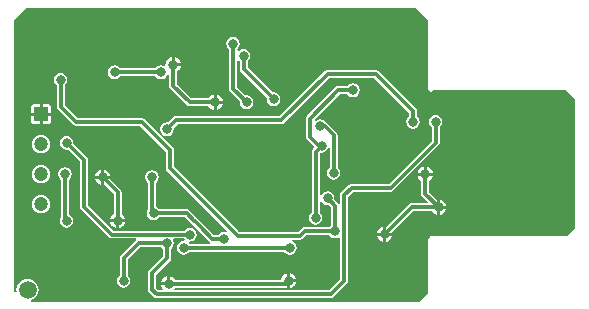
<source format=gbl>
G04 Layer_Physical_Order=2*
G04 Layer_Color=16711680*
%FSLAX25Y25*%
%MOIN*%
G70*
G01*
G75*
%ADD19C,0.01200*%
%ADD20R,0.04724X0.04724*%
%ADD21C,0.04724*%
%ADD22C,0.03150*%
%ADD23C,0.05905*%
G36*
X139000Y102500D02*
Y79500D01*
X140000Y78500D01*
X140500Y79000D01*
X185000D01*
X188000Y76000D01*
Y33000D01*
X185500Y30500D01*
X139500D01*
Y30000D01*
X139000Y29500D01*
Y11500D01*
X136000Y8500D01*
X6695D01*
X6595Y9000D01*
X7342Y9309D01*
X8105Y9895D01*
X8691Y10658D01*
X9059Y11546D01*
X9184Y12500D01*
X9059Y13454D01*
X8691Y14342D01*
X8105Y15105D01*
X7342Y15691D01*
X6454Y16059D01*
X5500Y16184D01*
X4546Y16059D01*
X3658Y15691D01*
X2895Y15105D01*
X2309Y14342D01*
X1941Y13454D01*
X1816Y12500D01*
X1908Y11799D01*
X1434Y11566D01*
X1000Y12000D01*
Y102500D01*
X5000Y106500D01*
X135000D01*
X139000Y102500D01*
D02*
G37*
%LPC*%
G36*
X10000Y44089D02*
X9201Y43983D01*
X8456Y43675D01*
X7816Y43184D01*
X7325Y42544D01*
X7017Y41799D01*
X6911Y41000D01*
X7017Y40201D01*
X7325Y39456D01*
X7816Y38816D01*
X8456Y38325D01*
X9201Y38017D01*
X10000Y37911D01*
X10799Y38017D01*
X11544Y38325D01*
X12184Y38816D01*
X12675Y39456D01*
X12983Y40201D01*
X13089Y41000D01*
X12983Y41799D01*
X12675Y42544D01*
X12184Y43184D01*
X11544Y43675D01*
X10799Y43983D01*
X10000Y44089D01*
D02*
G37*
G36*
X145031Y39500D02*
X143000D01*
Y37469D01*
X143172Y37492D01*
X143798Y37751D01*
X144336Y38164D01*
X144749Y38702D01*
X145009Y39328D01*
X145031Y39500D01*
D02*
G37*
G36*
X140531Y50500D02*
X135469D01*
X135492Y50328D01*
X135751Y49701D01*
X136164Y49164D01*
X136674Y48772D01*
Y44500D01*
X136775Y43993D01*
X137063Y43563D01*
X138838Y41787D01*
X138647Y41326D01*
X133500D01*
X132993Y41225D01*
X132563Y40937D01*
X125138Y33513D01*
X125000Y33531D01*
Y31500D01*
X127031D01*
X127013Y31639D01*
X134049Y38675D01*
X140272D01*
X140664Y38164D01*
X141201Y37751D01*
X141828Y37492D01*
X142000Y37469D01*
Y40000D01*
Y42531D01*
X141861Y42513D01*
X139325Y45049D01*
Y48772D01*
X139836Y49164D01*
X140249Y49701D01*
X140508Y50328D01*
X140531Y50500D01*
D02*
G37*
G36*
X143000Y42531D02*
Y40500D01*
X145031D01*
X145009Y40672D01*
X144749Y41298D01*
X144336Y41836D01*
X143798Y42249D01*
X143172Y42509D01*
X143000Y42531D01*
D02*
G37*
G36*
X30000Y52531D02*
X29828Y52508D01*
X29201Y52249D01*
X28664Y51836D01*
X28251Y51298D01*
X27992Y50672D01*
X27969Y50500D01*
X30000D01*
Y52531D01*
D02*
G37*
G36*
X10000Y54089D02*
X9201Y53983D01*
X8456Y53675D01*
X7816Y53184D01*
X7325Y52544D01*
X7017Y51799D01*
X6911Y51000D01*
X7017Y50201D01*
X7325Y49456D01*
X7816Y48816D01*
X8456Y48325D01*
X9201Y48017D01*
X10000Y47911D01*
X10799Y48017D01*
X11544Y48325D01*
X12184Y48816D01*
X12675Y49456D01*
X12983Y50201D01*
X13089Y51000D01*
X12983Y51799D01*
X12675Y52544D01*
X12184Y53184D01*
X11544Y53675D01*
X10799Y53983D01*
X10000Y54089D01*
D02*
G37*
G36*
X30000Y49500D02*
X27969D01*
X27992Y49328D01*
X28251Y48702D01*
X28664Y48164D01*
X29201Y47751D01*
X29828Y47491D01*
X30000Y47469D01*
Y49500D01*
D02*
G37*
G36*
X124000Y33531D02*
X123828Y33509D01*
X123202Y33249D01*
X122664Y32836D01*
X122251Y32298D01*
X121992Y31672D01*
X121969Y31500D01*
X124000D01*
Y33531D01*
D02*
G37*
G36*
X127031Y30500D02*
X125000D01*
Y28469D01*
X125172Y28492D01*
X125798Y28751D01*
X126336Y29164D01*
X126749Y29702D01*
X127008Y30328D01*
X127031Y30500D01*
D02*
G37*
G36*
X124000D02*
X121969D01*
X121992Y30328D01*
X122251Y29702D01*
X122664Y29164D01*
X123202Y28751D01*
X123828Y28492D01*
X124000Y28469D01*
Y30500D01*
D02*
G37*
G36*
X35000Y35000D02*
X32969D01*
X32991Y34828D01*
X33251Y34201D01*
X33664Y33664D01*
X34201Y33251D01*
X34828Y32991D01*
X35000Y32969D01*
Y35000D01*
D02*
G37*
G36*
X33031Y49500D02*
X31000D01*
Y47469D01*
X31139Y47487D01*
X34174Y44451D01*
Y37728D01*
X33664Y37336D01*
X33251Y36799D01*
X32991Y36172D01*
X32969Y36000D01*
X38031D01*
X38008Y36172D01*
X37749Y36799D01*
X37336Y37336D01*
X36825Y37728D01*
Y45000D01*
X36725Y45507D01*
X36437Y45937D01*
X33013Y49362D01*
X33031Y49500D01*
D02*
G37*
G36*
X18000Y53319D02*
X17112Y53143D01*
X16360Y52640D01*
X15857Y51888D01*
X15681Y51000D01*
X15857Y50112D01*
X16360Y49360D01*
X16675Y49150D01*
Y36862D01*
X16357Y36388D01*
X16181Y35500D01*
X16357Y34612D01*
X16860Y33860D01*
X17612Y33357D01*
X18500Y33181D01*
X19388Y33357D01*
X20140Y33860D01*
X20643Y34612D01*
X20819Y35500D01*
X20643Y36388D01*
X20140Y37140D01*
X19388Y37643D01*
X19326Y37655D01*
Y49150D01*
X19640Y49360D01*
X20143Y50112D01*
X20319Y51000D01*
X20143Y51888D01*
X19640Y52640D01*
X18888Y53143D01*
X18000Y53319D01*
D02*
G37*
G36*
X38031Y35000D02*
X36000D01*
Y32969D01*
X36172Y32991D01*
X36799Y33251D01*
X37336Y33664D01*
X37749Y34201D01*
X38008Y34828D01*
X38031Y35000D01*
D02*
G37*
G36*
X74000Y96819D02*
X73112Y96643D01*
X72360Y96140D01*
X71857Y95388D01*
X71681Y94500D01*
X71857Y93612D01*
X72360Y92860D01*
X72675Y92650D01*
Y79500D01*
X72775Y78993D01*
X73063Y78563D01*
X76254Y75371D01*
X76181Y75000D01*
X76357Y74112D01*
X76860Y73360D01*
X77612Y72857D01*
X78500Y72681D01*
X79388Y72857D01*
X80140Y73360D01*
X80643Y74112D01*
X80819Y75000D01*
X80643Y75888D01*
X80140Y76640D01*
X79388Y77143D01*
X79020Y77216D01*
X79007Y77225D01*
X78500Y77325D01*
X78124Y77251D01*
X75326Y80049D01*
Y88760D01*
X75777Y88897D01*
X76174Y88600D01*
Y86000D01*
X76275Y85493D01*
X76563Y85063D01*
X85254Y76371D01*
X85181Y76000D01*
X85357Y75112D01*
X85860Y74360D01*
X86612Y73857D01*
X87500Y73681D01*
X88388Y73857D01*
X89140Y74360D01*
X89643Y75112D01*
X89819Y76000D01*
X89643Y76888D01*
X89140Y77640D01*
X88388Y78143D01*
X87500Y78319D01*
X87129Y78246D01*
X78825Y86549D01*
Y88650D01*
X79140Y88860D01*
X79643Y89612D01*
X79819Y90500D01*
X79643Y91388D01*
X79140Y92140D01*
X78388Y92643D01*
X77500Y92819D01*
X76612Y92643D01*
X75933Y92189D01*
X75635Y92282D01*
X75437Y92407D01*
X75421Y92714D01*
X75640Y92860D01*
X76143Y93612D01*
X76319Y94500D01*
X76143Y95388D01*
X75640Y96140D01*
X74888Y96643D01*
X74000Y96819D01*
D02*
G37*
G36*
X70531Y74500D02*
X68500D01*
Y72469D01*
X68672Y72492D01*
X69298Y72751D01*
X69836Y73164D01*
X70249Y73702D01*
X70508Y74328D01*
X70531Y74500D01*
D02*
G37*
G36*
X12362Y74382D02*
X10500D01*
Y71500D01*
X13382D01*
Y73362D01*
X13304Y73752D01*
X13083Y74083D01*
X12752Y74304D01*
X12362Y74382D01*
D02*
G37*
G36*
X68500Y77531D02*
Y75500D01*
X70531D01*
X70508Y75672D01*
X70249Y76298D01*
X69836Y76836D01*
X69298Y77249D01*
X68672Y77508D01*
X68500Y77531D01*
D02*
G37*
G36*
X54500Y90031D02*
Y88000D01*
X56531D01*
X56508Y88172D01*
X56249Y88798D01*
X55836Y89336D01*
X55299Y89749D01*
X54672Y90008D01*
X54500Y90031D01*
D02*
G37*
G36*
X53500D02*
X53328Y90008D01*
X52701Y89749D01*
X52164Y89336D01*
X51751Y88798D01*
X51491Y88172D01*
X51403Y87500D01*
X51417Y87390D01*
X50951Y87100D01*
X50888Y87143D01*
X50000Y87319D01*
X49112Y87143D01*
X48360Y86640D01*
X48150Y86326D01*
X36350D01*
X36140Y86640D01*
X35388Y87143D01*
X34500Y87319D01*
X33612Y87143D01*
X32860Y86640D01*
X32357Y85888D01*
X32181Y85000D01*
X32357Y84112D01*
X32860Y83360D01*
X33612Y82857D01*
X34500Y82681D01*
X35388Y82857D01*
X36140Y83360D01*
X36350Y83675D01*
X48150D01*
X48360Y83360D01*
X49112Y82857D01*
X50000Y82681D01*
X50888Y82857D01*
X51640Y83360D01*
X52143Y84112D01*
X52175Y84272D01*
X52675Y84223D01*
Y80500D01*
X52775Y79993D01*
X53063Y79563D01*
X58563Y74063D01*
X58993Y73775D01*
X59500Y73674D01*
X65772D01*
X66164Y73164D01*
X66702Y72751D01*
X67328Y72492D01*
X67500Y72469D01*
Y75000D01*
Y77531D01*
X67328Y77508D01*
X66702Y77249D01*
X66164Y76836D01*
X65772Y76326D01*
X60049D01*
X55326Y81049D01*
Y85272D01*
X55836Y85664D01*
X56249Y86202D01*
X56508Y86828D01*
X56531Y87000D01*
X54000D01*
Y87500D01*
X53500D01*
Y90031D01*
D02*
G37*
G36*
X16500Y84819D02*
X15612Y84643D01*
X14860Y84140D01*
X14357Y83388D01*
X14181Y82500D01*
X14357Y81612D01*
X14860Y80860D01*
X15175Y80650D01*
Y73500D01*
X15275Y72993D01*
X15563Y72563D01*
X20563Y67563D01*
X20993Y67275D01*
X21500Y67175D01*
X42951D01*
X51674Y58451D01*
Y53000D01*
X51775Y52493D01*
X52063Y52063D01*
X72007Y32119D01*
X71748Y31671D01*
X71000Y31819D01*
X70112Y31643D01*
X69360Y31140D01*
X69150Y30825D01*
X67549D01*
X63944Y34430D01*
X63812Y34628D01*
X62128Y36312D01*
X61930Y36444D01*
X59437Y38937D01*
X59007Y39225D01*
X58500Y39325D01*
X49350D01*
X49140Y39640D01*
X48388Y40143D01*
X48325Y40155D01*
Y48150D01*
X48640Y48360D01*
X49143Y49112D01*
X49319Y50000D01*
X49143Y50888D01*
X48640Y51640D01*
X47888Y52143D01*
X47000Y52319D01*
X46112Y52143D01*
X45360Y51640D01*
X44857Y50888D01*
X44681Y50000D01*
X44857Y49112D01*
X45360Y48360D01*
X45674Y48150D01*
Y39362D01*
X45357Y38888D01*
X45181Y38000D01*
X45357Y37112D01*
X45860Y36360D01*
X46612Y35857D01*
X47500Y35681D01*
X48388Y35857D01*
X49140Y36360D01*
X49350Y36674D01*
X57951D01*
X60188Y34438D01*
X60386Y34306D01*
X61805Y32886D01*
X61938Y32688D01*
X66063Y28563D01*
X66418Y28326D01*
X66398Y28006D01*
X66335Y27825D01*
X59471D01*
X59277Y28115D01*
X59541Y28572D01*
X59625Y28555D01*
X60513Y28732D01*
X61265Y29235D01*
X61768Y29987D01*
X61945Y30875D01*
X61768Y31762D01*
X61265Y32515D01*
X60513Y33018D01*
X59625Y33194D01*
X58738Y33018D01*
X57985Y32515D01*
X57775Y32200D01*
X34174D01*
X25668Y40707D01*
Y55658D01*
X25567Y56165D01*
X25279Y56595D01*
X20746Y61129D01*
X20819Y61500D01*
X20643Y62388D01*
X20140Y63140D01*
X19388Y63643D01*
X18500Y63819D01*
X17612Y63643D01*
X16860Y63140D01*
X16357Y62388D01*
X16181Y61500D01*
X16357Y60612D01*
X16860Y59860D01*
X17612Y59357D01*
X18500Y59181D01*
X18871Y59254D01*
X23017Y55109D01*
Y40158D01*
X23117Y39651D01*
X23405Y39221D01*
X32688Y29938D01*
X33118Y29650D01*
X33625Y29549D01*
X41579D01*
X41730Y29049D01*
X41563Y28937D01*
X36563Y23937D01*
X36275Y23507D01*
X36174Y23000D01*
Y17350D01*
X35860Y17140D01*
X35357Y16388D01*
X35181Y15500D01*
X35357Y14612D01*
X35860Y13860D01*
X36612Y13357D01*
X37500Y13181D01*
X38388Y13357D01*
X39140Y13860D01*
X39643Y14612D01*
X39819Y15500D01*
X39643Y16388D01*
X39140Y17140D01*
X38826Y17350D01*
Y22451D01*
X43049Y26675D01*
X50150D01*
X50360Y26360D01*
X50674Y26150D01*
Y23549D01*
X46063Y18937D01*
X45775Y18507D01*
X45674Y18000D01*
Y12500D01*
X45775Y11993D01*
X46063Y11563D01*
X47563Y10063D01*
X47993Y9775D01*
X48500Y9674D01*
X106500D01*
X107007Y9775D01*
X107437Y10063D01*
X111937Y14563D01*
X112225Y14993D01*
X112326Y15500D01*
Y43451D01*
X114049Y45175D01*
X126500D01*
X127007Y45275D01*
X127437Y45563D01*
X142437Y60563D01*
X142725Y60993D01*
X142825Y61500D01*
Y66650D01*
X143140Y66860D01*
X143643Y67612D01*
X143819Y68500D01*
X143643Y69388D01*
X143140Y70140D01*
X142388Y70643D01*
X141500Y70819D01*
X140612Y70643D01*
X139860Y70140D01*
X139357Y69388D01*
X139181Y68500D01*
X139357Y67612D01*
X139860Y66860D01*
X140174Y66650D01*
Y62049D01*
X125951Y47826D01*
X113500D01*
X112993Y47725D01*
X112563Y47437D01*
X110063Y44937D01*
X109775Y44507D01*
X109675Y44000D01*
Y41165D01*
X109494Y41102D01*
X109175Y41082D01*
X108937Y41437D01*
X107746Y42629D01*
X107819Y43000D01*
X107643Y43888D01*
X107140Y44640D01*
X106388Y45143D01*
X105500Y45319D01*
X104612Y45143D01*
X103860Y44640D01*
X103357Y43888D01*
X103325Y43728D01*
X102825Y43777D01*
Y57902D01*
X103206Y58239D01*
X103500Y58181D01*
X104388Y58357D01*
X105140Y58860D01*
X105643Y59612D01*
X105675Y59772D01*
X106175Y59723D01*
Y53350D01*
X105860Y53140D01*
X105357Y52388D01*
X105181Y51500D01*
X105357Y50612D01*
X105860Y49860D01*
X106612Y49357D01*
X107500Y49181D01*
X108388Y49357D01*
X109140Y49860D01*
X109643Y50612D01*
X109819Y51500D01*
X109643Y52388D01*
X109140Y53140D01*
X108826Y53350D01*
Y64000D01*
X108725Y64507D01*
X108437Y64937D01*
X105437Y67937D01*
X105007Y68225D01*
X104904Y68245D01*
X104640Y68640D01*
X103888Y69143D01*
X103000Y69319D01*
X102112Y69143D01*
X101666Y68845D01*
X101096Y69065D01*
X101065Y69190D01*
X109549Y77675D01*
X112150D01*
X112360Y77360D01*
X113112Y76857D01*
X114000Y76681D01*
X114888Y76857D01*
X115640Y77360D01*
X116143Y78112D01*
X116319Y79000D01*
X116143Y79888D01*
X115640Y80640D01*
X114888Y81143D01*
X114000Y81319D01*
X113112Y81143D01*
X112360Y80640D01*
X112150Y80326D01*
X109000D01*
X108493Y80225D01*
X108063Y79937D01*
X98563Y70437D01*
X98275Y70007D01*
X98175Y69500D01*
Y63500D01*
X98275Y62993D01*
X98563Y62563D01*
X101126Y60000D01*
X100563Y59437D01*
X100275Y59007D01*
X100174Y58500D01*
Y38350D01*
X99860Y38140D01*
X99357Y37388D01*
X99181Y36500D01*
X99357Y35612D01*
X99860Y34860D01*
X100612Y34357D01*
X101500Y34181D01*
X102388Y34357D01*
X103140Y34860D01*
X103643Y35612D01*
X103819Y36500D01*
X103643Y37388D01*
X103140Y38140D01*
X102825Y38350D01*
Y42223D01*
X103325Y42272D01*
X103357Y42112D01*
X103860Y41360D01*
X104612Y40857D01*
X105500Y40681D01*
X105871Y40754D01*
X106675Y39951D01*
Y33850D01*
X106360Y33640D01*
X106150Y33325D01*
X97934D01*
X97427Y33225D01*
X96997Y32937D01*
X95885Y31826D01*
X76049D01*
X54325Y53549D01*
Y59000D01*
X54225Y59507D01*
X53937Y59937D01*
X44437Y69437D01*
X44007Y69725D01*
X43500Y69826D01*
X22049D01*
X17826Y74049D01*
Y80650D01*
X18140Y80860D01*
X18643Y81612D01*
X18819Y82500D01*
X18643Y83388D01*
X18140Y84140D01*
X17388Y84643D01*
X16500Y84819D01*
D02*
G37*
G36*
X9500Y74382D02*
X7638D01*
X7248Y74304D01*
X6917Y74083D01*
X6696Y73752D01*
X6618Y73362D01*
Y71500D01*
X9500D01*
Y74382D01*
D02*
G37*
G36*
X138500Y53531D02*
Y51500D01*
X140531D01*
X140508Y51672D01*
X140249Y52298D01*
X139836Y52836D01*
X139298Y53249D01*
X138672Y53509D01*
X138500Y53531D01*
D02*
G37*
G36*
X137500D02*
X137328Y53509D01*
X136702Y53249D01*
X136164Y52836D01*
X135751Y52298D01*
X135492Y51672D01*
X135469Y51500D01*
X137500D01*
Y53531D01*
D02*
G37*
G36*
X31000Y52531D02*
Y50500D01*
X33031D01*
X33009Y50672D01*
X32749Y51298D01*
X32336Y51836D01*
X31798Y52249D01*
X31172Y52508D01*
X31000Y52531D01*
D02*
G37*
G36*
X10000Y64089D02*
X9201Y63983D01*
X8456Y63675D01*
X7816Y63184D01*
X7325Y62544D01*
X7017Y61799D01*
X6911Y61000D01*
X7017Y60201D01*
X7325Y59456D01*
X7816Y58816D01*
X8456Y58325D01*
X9201Y58017D01*
X10000Y57911D01*
X10799Y58017D01*
X11544Y58325D01*
X12184Y58816D01*
X12675Y59456D01*
X12983Y60201D01*
X13089Y61000D01*
X12983Y61799D01*
X12675Y62544D01*
X12184Y63184D01*
X11544Y63675D01*
X10799Y63983D01*
X10000Y64089D01*
D02*
G37*
G36*
X9500Y70500D02*
X6618D01*
Y68638D01*
X6696Y68248D01*
X6917Y67917D01*
X7248Y67696D01*
X7638Y67618D01*
X9500D01*
Y70500D01*
D02*
G37*
G36*
X13382D02*
X10500D01*
Y67618D01*
X12362D01*
X12752Y67696D01*
X13083Y67917D01*
X13304Y68248D01*
X13382Y68638D01*
Y70500D01*
D02*
G37*
G36*
X121500Y85826D02*
X105500D01*
X104993Y85725D01*
X104563Y85437D01*
X89451Y70325D01*
X55000D01*
X54493Y70225D01*
X54063Y69937D01*
X52371Y68246D01*
X52000Y68319D01*
X51112Y68143D01*
X50360Y67640D01*
X49857Y66888D01*
X49681Y66000D01*
X49857Y65112D01*
X50360Y64360D01*
X51112Y63857D01*
X52000Y63681D01*
X52888Y63857D01*
X53640Y64360D01*
X54143Y65112D01*
X54319Y66000D01*
X54246Y66371D01*
X55549Y67674D01*
X90000D01*
X90507Y67775D01*
X90937Y68063D01*
X106049Y83175D01*
X120951D01*
X132675Y71451D01*
Y70350D01*
X132360Y70140D01*
X131857Y69388D01*
X131681Y68500D01*
X131857Y67612D01*
X132360Y66860D01*
X133112Y66357D01*
X134000Y66181D01*
X134888Y66357D01*
X135640Y66860D01*
X136143Y67612D01*
X136319Y68500D01*
X136143Y69388D01*
X135640Y70140D01*
X135326Y70350D01*
Y72000D01*
X135225Y72507D01*
X134937Y72937D01*
X122437Y85437D01*
X122007Y85725D01*
X121500Y85826D01*
D02*
G37*
%LPD*%
G36*
X106360Y30360D02*
X107112Y29857D01*
X108000Y29681D01*
X108888Y29857D01*
X109175Y30049D01*
X109675Y29782D01*
Y16049D01*
X105951Y12325D01*
X54675D01*
X54481Y12777D01*
X54764Y13174D01*
X91386D01*
X91828Y12991D01*
X92000Y12969D01*
Y15500D01*
Y18031D01*
X91828Y18009D01*
X91202Y17749D01*
X90664Y17336D01*
X90251Y16799D01*
X89991Y16172D01*
X89946Y15825D01*
X54728D01*
X54336Y16336D01*
X53799Y16749D01*
X53172Y17008D01*
X53000Y17031D01*
Y14500D01*
X52500D01*
Y14000D01*
X49969D01*
X49992Y13828D01*
X50251Y13202D01*
X50539Y12825D01*
X50326Y12325D01*
X49049D01*
X48325Y13049D01*
Y17451D01*
X52937Y22063D01*
X53225Y22493D01*
X53325Y23000D01*
Y26150D01*
X53640Y26360D01*
X54143Y27112D01*
X54319Y28000D01*
X54143Y28888D01*
X53995Y29108D01*
X54231Y29549D01*
X57654D01*
X57848Y29260D01*
X57584Y28803D01*
X57500Y28819D01*
X56612Y28643D01*
X55860Y28140D01*
X55357Y27388D01*
X55181Y26500D01*
X55357Y25612D01*
X55860Y24860D01*
X56612Y24357D01*
X57500Y24181D01*
X58388Y24357D01*
X59140Y24860D01*
X59350Y25174D01*
X91150D01*
X91360Y24860D01*
X92112Y24357D01*
X93000Y24181D01*
X93888Y24357D01*
X94640Y24860D01*
X95143Y25612D01*
X95319Y26500D01*
X95143Y27388D01*
X94640Y28140D01*
X93888Y28643D01*
X93728Y28675D01*
X93777Y29175D01*
X96434D01*
X96942Y29275D01*
X97372Y29563D01*
X98483Y30674D01*
X106150D01*
X106360Y30360D01*
D02*
G37*
%LPC*%
G36*
X95031Y15000D02*
X93000D01*
Y12969D01*
X93172Y12991D01*
X93799Y13251D01*
X94336Y13664D01*
X94749Y14201D01*
X95008Y14828D01*
X95031Y15000D01*
D02*
G37*
G36*
X93000Y18031D02*
Y16000D01*
X95031D01*
X95008Y16172D01*
X94749Y16799D01*
X94336Y17336D01*
X93799Y17749D01*
X93172Y18009D01*
X93000Y18031D01*
D02*
G37*
G36*
X52000Y17031D02*
X51828Y17008D01*
X51201Y16749D01*
X50664Y16336D01*
X50251Y15799D01*
X49992Y15172D01*
X49969Y15000D01*
X52000D01*
Y17031D01*
D02*
G37*
%LPD*%
D19*
X77500Y86000D02*
Y90500D01*
Y86000D02*
X87500Y76000D01*
X133500Y40000D02*
X142500D01*
X124500Y31000D02*
X133500Y40000D01*
X18000Y36000D02*
X18500Y35500D01*
X35500D02*
Y45000D01*
X18000Y36000D02*
Y51000D01*
X30500Y50000D02*
X35500Y45000D01*
X42500Y28000D02*
X52000D01*
X37500Y15500D02*
Y23000D01*
X42500Y28000D01*
X52500Y14500D02*
X91500D01*
X92500Y15500D01*
X47000Y38500D02*
Y50000D01*
Y38500D02*
X47500Y38000D01*
X18500Y61500D02*
X24342Y55658D01*
Y40158D02*
Y55658D01*
X54000Y80500D02*
Y87500D01*
Y80500D02*
X59500Y75000D01*
X68000D01*
X52000Y23000D02*
Y28000D01*
X47000Y18000D02*
X52000Y23000D01*
X47000Y12500D02*
Y18000D01*
Y12500D02*
X48500Y11000D01*
X106500D01*
X103000Y67000D02*
X104500D01*
X107500Y64000D01*
Y51500D02*
Y64000D01*
X109000Y79000D02*
X114000D01*
X102500Y60500D02*
X103500D01*
X99500Y63500D02*
X102500Y60500D01*
X99500Y63500D02*
Y69500D01*
X109000Y79000D01*
X34500Y85000D02*
X50000D01*
X101500Y36500D02*
Y58500D01*
X103500Y60500D01*
X52000Y66000D02*
X55000Y69000D01*
X90000D01*
X105500Y84500D01*
X121500D01*
X134000Y72000D01*
Y68500D02*
Y72000D01*
X96434Y30500D02*
X97934Y32000D01*
X57500Y26500D02*
X93000D01*
X141500Y61500D02*
Y68500D01*
X113500Y46500D02*
X126500D01*
X141500Y61500D01*
X97934Y32000D02*
X108000D01*
X105500Y43000D02*
X108000Y40500D01*
Y32000D02*
Y40500D01*
X106500Y11000D02*
X111000Y15500D01*
Y44000D01*
X113500Y46500D01*
X138000Y44500D02*
Y51000D01*
Y44500D02*
X142500Y40000D01*
X16500Y73500D02*
Y82500D01*
Y73500D02*
X21500Y68500D01*
X43500D01*
X75500Y30500D02*
X96434D01*
X67000Y29500D02*
X71000D01*
X47500Y38000D02*
X58500D01*
X33625Y30875D02*
X59625D01*
X24342Y40158D02*
X33625Y30875D01*
X58500Y38000D02*
X61125Y35375D01*
X61191D01*
X62875Y33691D01*
Y33625D02*
Y33691D01*
Y33625D02*
X67000Y29500D01*
X53000Y53000D02*
X75500Y30500D01*
X53000Y53000D02*
Y59000D01*
X43500Y68500D02*
X53000Y59000D01*
X74000Y79500D02*
Y94500D01*
X78500Y75000D02*
Y76000D01*
X74000Y79500D02*
X78500Y75000D01*
D20*
X10000Y71000D02*
D03*
D21*
Y61000D02*
D03*
Y51000D02*
D03*
Y41000D02*
D03*
D22*
X87500Y76000D02*
D03*
X77500Y90500D02*
D03*
X124500Y31000D02*
D03*
X142500Y40000D02*
D03*
X114000Y79000D02*
D03*
X18500Y35500D02*
D03*
X35500D02*
D03*
X18000Y51000D02*
D03*
X30500Y50000D02*
D03*
X37500Y15500D02*
D03*
X52000Y28000D02*
D03*
X52500Y14500D02*
D03*
X92500Y15500D02*
D03*
X47000Y50000D02*
D03*
X47500Y38000D02*
D03*
X18500Y61500D02*
D03*
X54000Y87500D02*
D03*
X68000Y75000D02*
D03*
X107500Y51500D02*
D03*
X101500Y36500D02*
D03*
X103000Y67000D02*
D03*
X103500Y60500D02*
D03*
X34500Y85000D02*
D03*
X50000D02*
D03*
X16500Y82500D02*
D03*
X105500Y43000D02*
D03*
X52000Y66000D02*
D03*
X141500Y68500D02*
D03*
X134000D02*
D03*
X71000Y29500D02*
D03*
X93000Y26500D02*
D03*
X57500D02*
D03*
X108000Y32000D02*
D03*
X138000Y51000D02*
D03*
X59625Y30875D02*
D03*
X74000Y94500D02*
D03*
X78500Y75000D02*
D03*
D23*
X5500Y12500D02*
D03*
M02*

</source>
